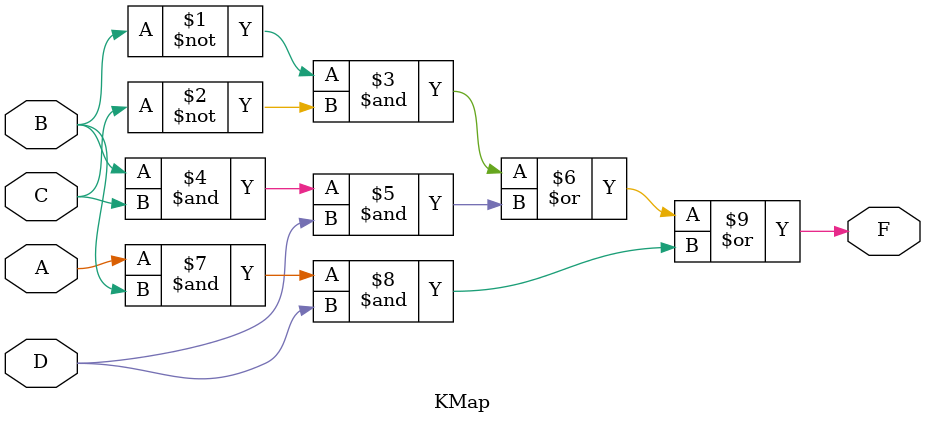
<source format=v>

module KMap(A, B, C, D, F);
  input A, B, C, D;
  output F;
  
  assign F = (~B & ~C) | (B & C & D) | (A & B & D);
  
endmodule

</source>
